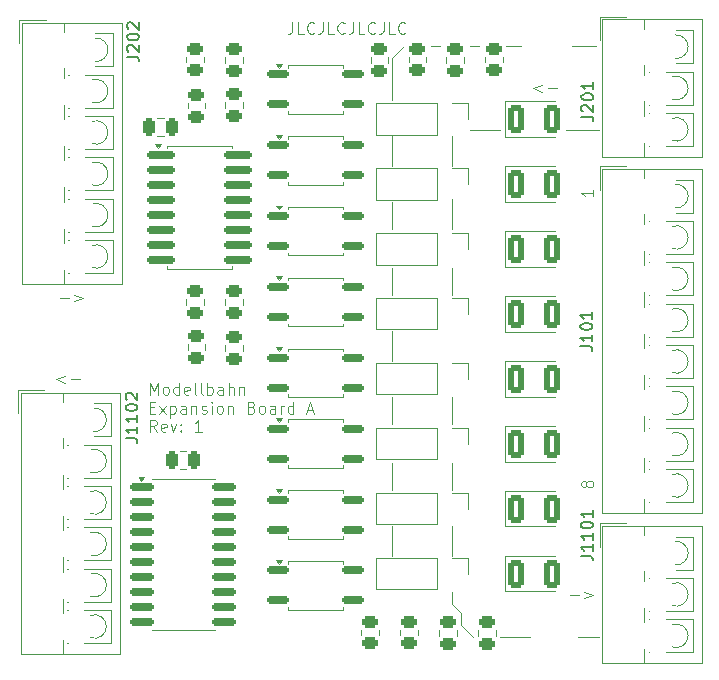
<source format=gbr>
%TF.GenerationSoftware,KiCad,Pcbnew,8.0.7*%
%TF.CreationDate,2025-01-04T12:23:45+01:00*%
%TF.ProjectId,expansion_a,65787061-6e73-4696-9f6e-5f612e6b6963,1*%
%TF.SameCoordinates,Original*%
%TF.FileFunction,Legend,Top*%
%TF.FilePolarity,Positive*%
%FSLAX46Y46*%
G04 Gerber Fmt 4.6, Leading zero omitted, Abs format (unit mm)*
G04 Created by KiCad (PCBNEW 8.0.7) date 2025-01-04 12:23:45*
%MOMM*%
%LPD*%
G01*
G04 APERTURE LIST*
G04 Aperture macros list*
%AMRoundRect*
0 Rectangle with rounded corners*
0 $1 Rounding radius*
0 $2 $3 $4 $5 $6 $7 $8 $9 X,Y pos of 4 corners*
0 Add a 4 corners polygon primitive as box body*
4,1,4,$2,$3,$4,$5,$6,$7,$8,$9,$2,$3,0*
0 Add four circle primitives for the rounded corners*
1,1,$1+$1,$2,$3*
1,1,$1+$1,$4,$5*
1,1,$1+$1,$6,$7*
1,1,$1+$1,$8,$9*
0 Add four rect primitives between the rounded corners*
20,1,$1+$1,$2,$3,$4,$5,0*
20,1,$1+$1,$4,$5,$6,$7,0*
20,1,$1+$1,$6,$7,$8,$9,0*
20,1,$1+$1,$8,$9,$2,$3,0*%
G04 Aperture macros list end*
%ADD10C,0.100000*%
%ADD11C,0.150000*%
%ADD12C,0.120000*%
%ADD13RoundRect,0.250000X-0.450000X0.262500X-0.450000X-0.262500X0.450000X-0.262500X0.450000X0.262500X0*%
%ADD14RoundRect,0.250000X-0.412500X-0.925000X0.412500X-0.925000X0.412500X0.925000X-0.412500X0.925000X0*%
%ADD15R,1.700000X1.700000*%
%ADD16O,1.700000X1.700000*%
%ADD17C,3.200000*%
%ADD18R,2.600000X2.600000*%
%ADD19C,2.600000*%
%ADD20RoundRect,0.150000X-0.750000X-0.150000X0.750000X-0.150000X0.750000X0.150000X-0.750000X0.150000X0*%
%ADD21RoundRect,0.250000X0.250000X0.475000X-0.250000X0.475000X-0.250000X-0.475000X0.250000X-0.475000X0*%
%ADD22RoundRect,0.150000X-1.050000X-0.150000X1.050000X-0.150000X1.050000X0.150000X-1.050000X0.150000X0*%
%ADD23RoundRect,0.150000X-0.837500X-0.150000X0.837500X-0.150000X0.837500X0.150000X-0.837500X0.150000X0*%
G04 APERTURE END LIST*
D10*
X118110000Y-86614000D02*
X116332000Y-86614000D01*
X107442000Y-86614000D02*
X106426000Y-85598000D01*
X105664000Y-71882000D02*
X105664000Y-74168000D01*
X117856000Y-36576000D02*
X115824000Y-36576000D01*
X101600000Y-36576000D02*
X100584000Y-37592000D01*
X105664000Y-44196000D02*
X105664000Y-46736000D01*
X104648000Y-36576000D02*
X103886000Y-36576000D01*
X100584000Y-49784000D02*
X100584000Y-52070000D01*
X118110000Y-43688000D02*
X115316000Y-43688000D01*
X105664000Y-77216000D02*
X105664000Y-79756000D01*
X100584000Y-71882000D02*
X100584000Y-74168000D01*
X100584000Y-44196000D02*
X100584000Y-46736000D01*
X100584000Y-66294000D02*
X100584000Y-68580000D01*
X105664000Y-82804000D02*
X105664000Y-83820000D01*
X111506000Y-36576000D02*
X110236000Y-36576000D01*
X112268000Y-86614000D02*
X109728000Y-86614000D01*
X107950000Y-36576000D02*
X107188000Y-36576000D01*
X100584000Y-37592000D02*
X100584000Y-39624000D01*
X106426000Y-85598000D02*
X106426000Y-84582000D01*
X106426000Y-84582000D02*
X105664000Y-83820000D01*
X100584000Y-77216000D02*
X100584000Y-79756000D01*
X100584000Y-60706000D02*
X100584000Y-63246000D01*
X105664000Y-49530000D02*
X105664000Y-52070000D01*
X105664000Y-55372000D02*
X105664000Y-57658000D01*
X105664000Y-66294000D02*
X105664000Y-68580000D01*
X100584000Y-55372000D02*
X100584000Y-57658000D01*
X100584000Y-41148000D02*
X100584000Y-39624000D01*
X109728000Y-43688000D02*
X107188000Y-43688000D01*
X117029990Y-73736258D02*
X116982371Y-73831496D01*
X116982371Y-73831496D02*
X116934752Y-73879115D01*
X116934752Y-73879115D02*
X116839514Y-73926734D01*
X116839514Y-73926734D02*
X116791895Y-73926734D01*
X116791895Y-73926734D02*
X116696657Y-73879115D01*
X116696657Y-73879115D02*
X116649038Y-73831496D01*
X116649038Y-73831496D02*
X116601419Y-73736258D01*
X116601419Y-73736258D02*
X116601419Y-73545782D01*
X116601419Y-73545782D02*
X116649038Y-73450544D01*
X116649038Y-73450544D02*
X116696657Y-73402925D01*
X116696657Y-73402925D02*
X116791895Y-73355306D01*
X116791895Y-73355306D02*
X116839514Y-73355306D01*
X116839514Y-73355306D02*
X116934752Y-73402925D01*
X116934752Y-73402925D02*
X116982371Y-73450544D01*
X116982371Y-73450544D02*
X117029990Y-73545782D01*
X117029990Y-73545782D02*
X117029990Y-73736258D01*
X117029990Y-73736258D02*
X117077609Y-73831496D01*
X117077609Y-73831496D02*
X117125228Y-73879115D01*
X117125228Y-73879115D02*
X117220466Y-73926734D01*
X117220466Y-73926734D02*
X117410942Y-73926734D01*
X117410942Y-73926734D02*
X117506180Y-73879115D01*
X117506180Y-73879115D02*
X117553800Y-73831496D01*
X117553800Y-73831496D02*
X117601419Y-73736258D01*
X117601419Y-73736258D02*
X117601419Y-73545782D01*
X117601419Y-73545782D02*
X117553800Y-73450544D01*
X117553800Y-73450544D02*
X117506180Y-73402925D01*
X117506180Y-73402925D02*
X117410942Y-73355306D01*
X117410942Y-73355306D02*
X117220466Y-73355306D01*
X117220466Y-73355306D02*
X117125228Y-73402925D01*
X117125228Y-73402925D02*
X117077609Y-73450544D01*
X117077609Y-73450544D02*
X117029990Y-73545782D01*
X80059884Y-66080475D02*
X80059884Y-65080475D01*
X80059884Y-65080475D02*
X80393217Y-65794760D01*
X80393217Y-65794760D02*
X80726550Y-65080475D01*
X80726550Y-65080475D02*
X80726550Y-66080475D01*
X81345598Y-66080475D02*
X81250360Y-66032856D01*
X81250360Y-66032856D02*
X81202741Y-65985236D01*
X81202741Y-65985236D02*
X81155122Y-65889998D01*
X81155122Y-65889998D02*
X81155122Y-65604284D01*
X81155122Y-65604284D02*
X81202741Y-65509046D01*
X81202741Y-65509046D02*
X81250360Y-65461427D01*
X81250360Y-65461427D02*
X81345598Y-65413808D01*
X81345598Y-65413808D02*
X81488455Y-65413808D01*
X81488455Y-65413808D02*
X81583693Y-65461427D01*
X81583693Y-65461427D02*
X81631312Y-65509046D01*
X81631312Y-65509046D02*
X81678931Y-65604284D01*
X81678931Y-65604284D02*
X81678931Y-65889998D01*
X81678931Y-65889998D02*
X81631312Y-65985236D01*
X81631312Y-65985236D02*
X81583693Y-66032856D01*
X81583693Y-66032856D02*
X81488455Y-66080475D01*
X81488455Y-66080475D02*
X81345598Y-66080475D01*
X82536074Y-66080475D02*
X82536074Y-65080475D01*
X82536074Y-66032856D02*
X82440836Y-66080475D01*
X82440836Y-66080475D02*
X82250360Y-66080475D01*
X82250360Y-66080475D02*
X82155122Y-66032856D01*
X82155122Y-66032856D02*
X82107503Y-65985236D01*
X82107503Y-65985236D02*
X82059884Y-65889998D01*
X82059884Y-65889998D02*
X82059884Y-65604284D01*
X82059884Y-65604284D02*
X82107503Y-65509046D01*
X82107503Y-65509046D02*
X82155122Y-65461427D01*
X82155122Y-65461427D02*
X82250360Y-65413808D01*
X82250360Y-65413808D02*
X82440836Y-65413808D01*
X82440836Y-65413808D02*
X82536074Y-65461427D01*
X83393217Y-66032856D02*
X83297979Y-66080475D01*
X83297979Y-66080475D02*
X83107503Y-66080475D01*
X83107503Y-66080475D02*
X83012265Y-66032856D01*
X83012265Y-66032856D02*
X82964646Y-65937617D01*
X82964646Y-65937617D02*
X82964646Y-65556665D01*
X82964646Y-65556665D02*
X83012265Y-65461427D01*
X83012265Y-65461427D02*
X83107503Y-65413808D01*
X83107503Y-65413808D02*
X83297979Y-65413808D01*
X83297979Y-65413808D02*
X83393217Y-65461427D01*
X83393217Y-65461427D02*
X83440836Y-65556665D01*
X83440836Y-65556665D02*
X83440836Y-65651903D01*
X83440836Y-65651903D02*
X82964646Y-65747141D01*
X84012265Y-66080475D02*
X83917027Y-66032856D01*
X83917027Y-66032856D02*
X83869408Y-65937617D01*
X83869408Y-65937617D02*
X83869408Y-65080475D01*
X84536075Y-66080475D02*
X84440837Y-66032856D01*
X84440837Y-66032856D02*
X84393218Y-65937617D01*
X84393218Y-65937617D02*
X84393218Y-65080475D01*
X84917028Y-66080475D02*
X84917028Y-65080475D01*
X84917028Y-65461427D02*
X85012266Y-65413808D01*
X85012266Y-65413808D02*
X85202742Y-65413808D01*
X85202742Y-65413808D02*
X85297980Y-65461427D01*
X85297980Y-65461427D02*
X85345599Y-65509046D01*
X85345599Y-65509046D02*
X85393218Y-65604284D01*
X85393218Y-65604284D02*
X85393218Y-65889998D01*
X85393218Y-65889998D02*
X85345599Y-65985236D01*
X85345599Y-65985236D02*
X85297980Y-66032856D01*
X85297980Y-66032856D02*
X85202742Y-66080475D01*
X85202742Y-66080475D02*
X85012266Y-66080475D01*
X85012266Y-66080475D02*
X84917028Y-66032856D01*
X86250361Y-66080475D02*
X86250361Y-65556665D01*
X86250361Y-65556665D02*
X86202742Y-65461427D01*
X86202742Y-65461427D02*
X86107504Y-65413808D01*
X86107504Y-65413808D02*
X85917028Y-65413808D01*
X85917028Y-65413808D02*
X85821790Y-65461427D01*
X86250361Y-66032856D02*
X86155123Y-66080475D01*
X86155123Y-66080475D02*
X85917028Y-66080475D01*
X85917028Y-66080475D02*
X85821790Y-66032856D01*
X85821790Y-66032856D02*
X85774171Y-65937617D01*
X85774171Y-65937617D02*
X85774171Y-65842379D01*
X85774171Y-65842379D02*
X85821790Y-65747141D01*
X85821790Y-65747141D02*
X85917028Y-65699522D01*
X85917028Y-65699522D02*
X86155123Y-65699522D01*
X86155123Y-65699522D02*
X86250361Y-65651903D01*
X86726552Y-66080475D02*
X86726552Y-65080475D01*
X87155123Y-66080475D02*
X87155123Y-65556665D01*
X87155123Y-65556665D02*
X87107504Y-65461427D01*
X87107504Y-65461427D02*
X87012266Y-65413808D01*
X87012266Y-65413808D02*
X86869409Y-65413808D01*
X86869409Y-65413808D02*
X86774171Y-65461427D01*
X86774171Y-65461427D02*
X86726552Y-65509046D01*
X87631314Y-65413808D02*
X87631314Y-66080475D01*
X87631314Y-65509046D02*
X87678933Y-65461427D01*
X87678933Y-65461427D02*
X87774171Y-65413808D01*
X87774171Y-65413808D02*
X87917028Y-65413808D01*
X87917028Y-65413808D02*
X88012266Y-65461427D01*
X88012266Y-65461427D02*
X88059885Y-65556665D01*
X88059885Y-65556665D02*
X88059885Y-66080475D01*
X80059884Y-67166609D02*
X80393217Y-67166609D01*
X80536074Y-67690419D02*
X80059884Y-67690419D01*
X80059884Y-67690419D02*
X80059884Y-66690419D01*
X80059884Y-66690419D02*
X80536074Y-66690419D01*
X80869408Y-67690419D02*
X81393217Y-67023752D01*
X80869408Y-67023752D02*
X81393217Y-67690419D01*
X81774170Y-67023752D02*
X81774170Y-68023752D01*
X81774170Y-67071371D02*
X81869408Y-67023752D01*
X81869408Y-67023752D02*
X82059884Y-67023752D01*
X82059884Y-67023752D02*
X82155122Y-67071371D01*
X82155122Y-67071371D02*
X82202741Y-67118990D01*
X82202741Y-67118990D02*
X82250360Y-67214228D01*
X82250360Y-67214228D02*
X82250360Y-67499942D01*
X82250360Y-67499942D02*
X82202741Y-67595180D01*
X82202741Y-67595180D02*
X82155122Y-67642800D01*
X82155122Y-67642800D02*
X82059884Y-67690419D01*
X82059884Y-67690419D02*
X81869408Y-67690419D01*
X81869408Y-67690419D02*
X81774170Y-67642800D01*
X83107503Y-67690419D02*
X83107503Y-67166609D01*
X83107503Y-67166609D02*
X83059884Y-67071371D01*
X83059884Y-67071371D02*
X82964646Y-67023752D01*
X82964646Y-67023752D02*
X82774170Y-67023752D01*
X82774170Y-67023752D02*
X82678932Y-67071371D01*
X83107503Y-67642800D02*
X83012265Y-67690419D01*
X83012265Y-67690419D02*
X82774170Y-67690419D01*
X82774170Y-67690419D02*
X82678932Y-67642800D01*
X82678932Y-67642800D02*
X82631313Y-67547561D01*
X82631313Y-67547561D02*
X82631313Y-67452323D01*
X82631313Y-67452323D02*
X82678932Y-67357085D01*
X82678932Y-67357085D02*
X82774170Y-67309466D01*
X82774170Y-67309466D02*
X83012265Y-67309466D01*
X83012265Y-67309466D02*
X83107503Y-67261847D01*
X83583694Y-67023752D02*
X83583694Y-67690419D01*
X83583694Y-67118990D02*
X83631313Y-67071371D01*
X83631313Y-67071371D02*
X83726551Y-67023752D01*
X83726551Y-67023752D02*
X83869408Y-67023752D01*
X83869408Y-67023752D02*
X83964646Y-67071371D01*
X83964646Y-67071371D02*
X84012265Y-67166609D01*
X84012265Y-67166609D02*
X84012265Y-67690419D01*
X84440837Y-67642800D02*
X84536075Y-67690419D01*
X84536075Y-67690419D02*
X84726551Y-67690419D01*
X84726551Y-67690419D02*
X84821789Y-67642800D01*
X84821789Y-67642800D02*
X84869408Y-67547561D01*
X84869408Y-67547561D02*
X84869408Y-67499942D01*
X84869408Y-67499942D02*
X84821789Y-67404704D01*
X84821789Y-67404704D02*
X84726551Y-67357085D01*
X84726551Y-67357085D02*
X84583694Y-67357085D01*
X84583694Y-67357085D02*
X84488456Y-67309466D01*
X84488456Y-67309466D02*
X84440837Y-67214228D01*
X84440837Y-67214228D02*
X84440837Y-67166609D01*
X84440837Y-67166609D02*
X84488456Y-67071371D01*
X84488456Y-67071371D02*
X84583694Y-67023752D01*
X84583694Y-67023752D02*
X84726551Y-67023752D01*
X84726551Y-67023752D02*
X84821789Y-67071371D01*
X85297980Y-67690419D02*
X85297980Y-67023752D01*
X85297980Y-66690419D02*
X85250361Y-66738038D01*
X85250361Y-66738038D02*
X85297980Y-66785657D01*
X85297980Y-66785657D02*
X85345599Y-66738038D01*
X85345599Y-66738038D02*
X85297980Y-66690419D01*
X85297980Y-66690419D02*
X85297980Y-66785657D01*
X85917027Y-67690419D02*
X85821789Y-67642800D01*
X85821789Y-67642800D02*
X85774170Y-67595180D01*
X85774170Y-67595180D02*
X85726551Y-67499942D01*
X85726551Y-67499942D02*
X85726551Y-67214228D01*
X85726551Y-67214228D02*
X85774170Y-67118990D01*
X85774170Y-67118990D02*
X85821789Y-67071371D01*
X85821789Y-67071371D02*
X85917027Y-67023752D01*
X85917027Y-67023752D02*
X86059884Y-67023752D01*
X86059884Y-67023752D02*
X86155122Y-67071371D01*
X86155122Y-67071371D02*
X86202741Y-67118990D01*
X86202741Y-67118990D02*
X86250360Y-67214228D01*
X86250360Y-67214228D02*
X86250360Y-67499942D01*
X86250360Y-67499942D02*
X86202741Y-67595180D01*
X86202741Y-67595180D02*
X86155122Y-67642800D01*
X86155122Y-67642800D02*
X86059884Y-67690419D01*
X86059884Y-67690419D02*
X85917027Y-67690419D01*
X86678932Y-67023752D02*
X86678932Y-67690419D01*
X86678932Y-67118990D02*
X86726551Y-67071371D01*
X86726551Y-67071371D02*
X86821789Y-67023752D01*
X86821789Y-67023752D02*
X86964646Y-67023752D01*
X86964646Y-67023752D02*
X87059884Y-67071371D01*
X87059884Y-67071371D02*
X87107503Y-67166609D01*
X87107503Y-67166609D02*
X87107503Y-67690419D01*
X88678932Y-67166609D02*
X88821789Y-67214228D01*
X88821789Y-67214228D02*
X88869408Y-67261847D01*
X88869408Y-67261847D02*
X88917027Y-67357085D01*
X88917027Y-67357085D02*
X88917027Y-67499942D01*
X88917027Y-67499942D02*
X88869408Y-67595180D01*
X88869408Y-67595180D02*
X88821789Y-67642800D01*
X88821789Y-67642800D02*
X88726551Y-67690419D01*
X88726551Y-67690419D02*
X88345599Y-67690419D01*
X88345599Y-67690419D02*
X88345599Y-66690419D01*
X88345599Y-66690419D02*
X88678932Y-66690419D01*
X88678932Y-66690419D02*
X88774170Y-66738038D01*
X88774170Y-66738038D02*
X88821789Y-66785657D01*
X88821789Y-66785657D02*
X88869408Y-66880895D01*
X88869408Y-66880895D02*
X88869408Y-66976133D01*
X88869408Y-66976133D02*
X88821789Y-67071371D01*
X88821789Y-67071371D02*
X88774170Y-67118990D01*
X88774170Y-67118990D02*
X88678932Y-67166609D01*
X88678932Y-67166609D02*
X88345599Y-67166609D01*
X89488456Y-67690419D02*
X89393218Y-67642800D01*
X89393218Y-67642800D02*
X89345599Y-67595180D01*
X89345599Y-67595180D02*
X89297980Y-67499942D01*
X89297980Y-67499942D02*
X89297980Y-67214228D01*
X89297980Y-67214228D02*
X89345599Y-67118990D01*
X89345599Y-67118990D02*
X89393218Y-67071371D01*
X89393218Y-67071371D02*
X89488456Y-67023752D01*
X89488456Y-67023752D02*
X89631313Y-67023752D01*
X89631313Y-67023752D02*
X89726551Y-67071371D01*
X89726551Y-67071371D02*
X89774170Y-67118990D01*
X89774170Y-67118990D02*
X89821789Y-67214228D01*
X89821789Y-67214228D02*
X89821789Y-67499942D01*
X89821789Y-67499942D02*
X89774170Y-67595180D01*
X89774170Y-67595180D02*
X89726551Y-67642800D01*
X89726551Y-67642800D02*
X89631313Y-67690419D01*
X89631313Y-67690419D02*
X89488456Y-67690419D01*
X90678932Y-67690419D02*
X90678932Y-67166609D01*
X90678932Y-67166609D02*
X90631313Y-67071371D01*
X90631313Y-67071371D02*
X90536075Y-67023752D01*
X90536075Y-67023752D02*
X90345599Y-67023752D01*
X90345599Y-67023752D02*
X90250361Y-67071371D01*
X90678932Y-67642800D02*
X90583694Y-67690419D01*
X90583694Y-67690419D02*
X90345599Y-67690419D01*
X90345599Y-67690419D02*
X90250361Y-67642800D01*
X90250361Y-67642800D02*
X90202742Y-67547561D01*
X90202742Y-67547561D02*
X90202742Y-67452323D01*
X90202742Y-67452323D02*
X90250361Y-67357085D01*
X90250361Y-67357085D02*
X90345599Y-67309466D01*
X90345599Y-67309466D02*
X90583694Y-67309466D01*
X90583694Y-67309466D02*
X90678932Y-67261847D01*
X91155123Y-67690419D02*
X91155123Y-67023752D01*
X91155123Y-67214228D02*
X91202742Y-67118990D01*
X91202742Y-67118990D02*
X91250361Y-67071371D01*
X91250361Y-67071371D02*
X91345599Y-67023752D01*
X91345599Y-67023752D02*
X91440837Y-67023752D01*
X92202742Y-67690419D02*
X92202742Y-66690419D01*
X92202742Y-67642800D02*
X92107504Y-67690419D01*
X92107504Y-67690419D02*
X91917028Y-67690419D01*
X91917028Y-67690419D02*
X91821790Y-67642800D01*
X91821790Y-67642800D02*
X91774171Y-67595180D01*
X91774171Y-67595180D02*
X91726552Y-67499942D01*
X91726552Y-67499942D02*
X91726552Y-67214228D01*
X91726552Y-67214228D02*
X91774171Y-67118990D01*
X91774171Y-67118990D02*
X91821790Y-67071371D01*
X91821790Y-67071371D02*
X91917028Y-67023752D01*
X91917028Y-67023752D02*
X92107504Y-67023752D01*
X92107504Y-67023752D02*
X92202742Y-67071371D01*
X93393219Y-67404704D02*
X93869409Y-67404704D01*
X93297981Y-67690419D02*
X93631314Y-66690419D01*
X93631314Y-66690419D02*
X93964647Y-67690419D01*
X117601419Y-48717306D02*
X117601419Y-49288734D01*
X117601419Y-49003020D02*
X116601419Y-49003020D01*
X116601419Y-49003020D02*
X116744276Y-49098258D01*
X116744276Y-49098258D02*
X116839514Y-49193496D01*
X116839514Y-49193496D02*
X116887133Y-49288734D01*
X92131198Y-34534019D02*
X92131198Y-35248304D01*
X92131198Y-35248304D02*
X92083579Y-35391161D01*
X92083579Y-35391161D02*
X91988341Y-35486400D01*
X91988341Y-35486400D02*
X91845484Y-35534019D01*
X91845484Y-35534019D02*
X91750246Y-35534019D01*
X93083579Y-35534019D02*
X92607389Y-35534019D01*
X92607389Y-35534019D02*
X92607389Y-34534019D01*
X93988341Y-35438780D02*
X93940722Y-35486400D01*
X93940722Y-35486400D02*
X93797865Y-35534019D01*
X93797865Y-35534019D02*
X93702627Y-35534019D01*
X93702627Y-35534019D02*
X93559770Y-35486400D01*
X93559770Y-35486400D02*
X93464532Y-35391161D01*
X93464532Y-35391161D02*
X93416913Y-35295923D01*
X93416913Y-35295923D02*
X93369294Y-35105447D01*
X93369294Y-35105447D02*
X93369294Y-34962590D01*
X93369294Y-34962590D02*
X93416913Y-34772114D01*
X93416913Y-34772114D02*
X93464532Y-34676876D01*
X93464532Y-34676876D02*
X93559770Y-34581638D01*
X93559770Y-34581638D02*
X93702627Y-34534019D01*
X93702627Y-34534019D02*
X93797865Y-34534019D01*
X93797865Y-34534019D02*
X93940722Y-34581638D01*
X93940722Y-34581638D02*
X93988341Y-34629257D01*
X94702627Y-34534019D02*
X94702627Y-35248304D01*
X94702627Y-35248304D02*
X94655008Y-35391161D01*
X94655008Y-35391161D02*
X94559770Y-35486400D01*
X94559770Y-35486400D02*
X94416913Y-35534019D01*
X94416913Y-35534019D02*
X94321675Y-35534019D01*
X95655008Y-35534019D02*
X95178818Y-35534019D01*
X95178818Y-35534019D02*
X95178818Y-34534019D01*
X96559770Y-35438780D02*
X96512151Y-35486400D01*
X96512151Y-35486400D02*
X96369294Y-35534019D01*
X96369294Y-35534019D02*
X96274056Y-35534019D01*
X96274056Y-35534019D02*
X96131199Y-35486400D01*
X96131199Y-35486400D02*
X96035961Y-35391161D01*
X96035961Y-35391161D02*
X95988342Y-35295923D01*
X95988342Y-35295923D02*
X95940723Y-35105447D01*
X95940723Y-35105447D02*
X95940723Y-34962590D01*
X95940723Y-34962590D02*
X95988342Y-34772114D01*
X95988342Y-34772114D02*
X96035961Y-34676876D01*
X96035961Y-34676876D02*
X96131199Y-34581638D01*
X96131199Y-34581638D02*
X96274056Y-34534019D01*
X96274056Y-34534019D02*
X96369294Y-34534019D01*
X96369294Y-34534019D02*
X96512151Y-34581638D01*
X96512151Y-34581638D02*
X96559770Y-34629257D01*
X97274056Y-34534019D02*
X97274056Y-35248304D01*
X97274056Y-35248304D02*
X97226437Y-35391161D01*
X97226437Y-35391161D02*
X97131199Y-35486400D01*
X97131199Y-35486400D02*
X96988342Y-35534019D01*
X96988342Y-35534019D02*
X96893104Y-35534019D01*
X98226437Y-35534019D02*
X97750247Y-35534019D01*
X97750247Y-35534019D02*
X97750247Y-34534019D01*
X99131199Y-35438780D02*
X99083580Y-35486400D01*
X99083580Y-35486400D02*
X98940723Y-35534019D01*
X98940723Y-35534019D02*
X98845485Y-35534019D01*
X98845485Y-35534019D02*
X98702628Y-35486400D01*
X98702628Y-35486400D02*
X98607390Y-35391161D01*
X98607390Y-35391161D02*
X98559771Y-35295923D01*
X98559771Y-35295923D02*
X98512152Y-35105447D01*
X98512152Y-35105447D02*
X98512152Y-34962590D01*
X98512152Y-34962590D02*
X98559771Y-34772114D01*
X98559771Y-34772114D02*
X98607390Y-34676876D01*
X98607390Y-34676876D02*
X98702628Y-34581638D01*
X98702628Y-34581638D02*
X98845485Y-34534019D01*
X98845485Y-34534019D02*
X98940723Y-34534019D01*
X98940723Y-34534019D02*
X99083580Y-34581638D01*
X99083580Y-34581638D02*
X99131199Y-34629257D01*
X99845485Y-34534019D02*
X99845485Y-35248304D01*
X99845485Y-35248304D02*
X99797866Y-35391161D01*
X99797866Y-35391161D02*
X99702628Y-35486400D01*
X99702628Y-35486400D02*
X99559771Y-35534019D01*
X99559771Y-35534019D02*
X99464533Y-35534019D01*
X100797866Y-35534019D02*
X100321676Y-35534019D01*
X100321676Y-35534019D02*
X100321676Y-34534019D01*
X101702628Y-35438780D02*
X101655009Y-35486400D01*
X101655009Y-35486400D02*
X101512152Y-35534019D01*
X101512152Y-35534019D02*
X101416914Y-35534019D01*
X101416914Y-35534019D02*
X101274057Y-35486400D01*
X101274057Y-35486400D02*
X101178819Y-35391161D01*
X101178819Y-35391161D02*
X101131200Y-35295923D01*
X101131200Y-35295923D02*
X101083581Y-35105447D01*
X101083581Y-35105447D02*
X101083581Y-34962590D01*
X101083581Y-34962590D02*
X101131200Y-34772114D01*
X101131200Y-34772114D02*
X101178819Y-34676876D01*
X101178819Y-34676876D02*
X101274057Y-34581638D01*
X101274057Y-34581638D02*
X101416914Y-34534019D01*
X101416914Y-34534019D02*
X101512152Y-34534019D01*
X101512152Y-34534019D02*
X101655009Y-34581638D01*
X101655009Y-34581638D02*
X101702628Y-34629257D01*
X115619884Y-83057466D02*
X116381789Y-83057466D01*
X116857979Y-82771752D02*
X117619884Y-83057466D01*
X117619884Y-83057466D02*
X116857979Y-83343180D01*
X114504115Y-40132533D02*
X113742211Y-40132533D01*
X113266020Y-40418247D02*
X112504116Y-40132533D01*
X112504116Y-40132533D02*
X113266020Y-39846819D01*
X74118115Y-64770533D02*
X73356211Y-64770533D01*
X72880020Y-65056247D02*
X72118116Y-64770533D01*
X72118116Y-64770533D02*
X72880020Y-64484819D01*
X72439884Y-57911466D02*
X73201789Y-57911466D01*
X73677979Y-57625752D02*
X74439884Y-57911466D01*
X74439884Y-57911466D02*
X73677979Y-58197180D01*
X80631312Y-69214419D02*
X80297979Y-68738228D01*
X80059884Y-69214419D02*
X80059884Y-68214419D01*
X80059884Y-68214419D02*
X80440836Y-68214419D01*
X80440836Y-68214419D02*
X80536074Y-68262038D01*
X80536074Y-68262038D02*
X80583693Y-68309657D01*
X80583693Y-68309657D02*
X80631312Y-68404895D01*
X80631312Y-68404895D02*
X80631312Y-68547752D01*
X80631312Y-68547752D02*
X80583693Y-68642990D01*
X80583693Y-68642990D02*
X80536074Y-68690609D01*
X80536074Y-68690609D02*
X80440836Y-68738228D01*
X80440836Y-68738228D02*
X80059884Y-68738228D01*
X81440836Y-69166800D02*
X81345598Y-69214419D01*
X81345598Y-69214419D02*
X81155122Y-69214419D01*
X81155122Y-69214419D02*
X81059884Y-69166800D01*
X81059884Y-69166800D02*
X81012265Y-69071561D01*
X81012265Y-69071561D02*
X81012265Y-68690609D01*
X81012265Y-68690609D02*
X81059884Y-68595371D01*
X81059884Y-68595371D02*
X81155122Y-68547752D01*
X81155122Y-68547752D02*
X81345598Y-68547752D01*
X81345598Y-68547752D02*
X81440836Y-68595371D01*
X81440836Y-68595371D02*
X81488455Y-68690609D01*
X81488455Y-68690609D02*
X81488455Y-68785847D01*
X81488455Y-68785847D02*
X81012265Y-68881085D01*
X81821789Y-68547752D02*
X82059884Y-69214419D01*
X82059884Y-69214419D02*
X82297979Y-68547752D01*
X82678932Y-69119180D02*
X82726551Y-69166800D01*
X82726551Y-69166800D02*
X82678932Y-69214419D01*
X82678932Y-69214419D02*
X82631313Y-69166800D01*
X82631313Y-69166800D02*
X82678932Y-69119180D01*
X82678932Y-69119180D02*
X82678932Y-69214419D01*
X82678932Y-68595371D02*
X82726551Y-68642990D01*
X82726551Y-68642990D02*
X82678932Y-68690609D01*
X82678932Y-68690609D02*
X82631313Y-68642990D01*
X82631313Y-68642990D02*
X82678932Y-68595371D01*
X82678932Y-68595371D02*
X82678932Y-68690609D01*
X84440836Y-69214419D02*
X83869408Y-69214419D01*
X84155122Y-69214419D02*
X84155122Y-68214419D01*
X84155122Y-68214419D02*
X84059884Y-68357276D01*
X84059884Y-68357276D02*
X83964646Y-68452514D01*
X83964646Y-68452514D02*
X83869408Y-68500133D01*
D11*
X116548819Y-79739904D02*
X117263104Y-79739904D01*
X117263104Y-79739904D02*
X117405961Y-79787523D01*
X117405961Y-79787523D02*
X117501200Y-79882761D01*
X117501200Y-79882761D02*
X117548819Y-80025618D01*
X117548819Y-80025618D02*
X117548819Y-80120856D01*
X117548819Y-78739904D02*
X117548819Y-79311332D01*
X117548819Y-79025618D02*
X116548819Y-79025618D01*
X116548819Y-79025618D02*
X116691676Y-79120856D01*
X116691676Y-79120856D02*
X116786914Y-79216094D01*
X116786914Y-79216094D02*
X116834533Y-79311332D01*
X117548819Y-77787523D02*
X117548819Y-78358951D01*
X117548819Y-78073237D02*
X116548819Y-78073237D01*
X116548819Y-78073237D02*
X116691676Y-78168475D01*
X116691676Y-78168475D02*
X116786914Y-78263713D01*
X116786914Y-78263713D02*
X116834533Y-78358951D01*
X116548819Y-77168475D02*
X116548819Y-77073237D01*
X116548819Y-77073237D02*
X116596438Y-76977999D01*
X116596438Y-76977999D02*
X116644057Y-76930380D01*
X116644057Y-76930380D02*
X116739295Y-76882761D01*
X116739295Y-76882761D02*
X116929771Y-76835142D01*
X116929771Y-76835142D02*
X117167866Y-76835142D01*
X117167866Y-76835142D02*
X117358342Y-76882761D01*
X117358342Y-76882761D02*
X117453580Y-76930380D01*
X117453580Y-76930380D02*
X117501200Y-76977999D01*
X117501200Y-76977999D02*
X117548819Y-77073237D01*
X117548819Y-77073237D02*
X117548819Y-77168475D01*
X117548819Y-77168475D02*
X117501200Y-77263713D01*
X117501200Y-77263713D02*
X117453580Y-77311332D01*
X117453580Y-77311332D02*
X117358342Y-77358951D01*
X117358342Y-77358951D02*
X117167866Y-77406570D01*
X117167866Y-77406570D02*
X116929771Y-77406570D01*
X116929771Y-77406570D02*
X116739295Y-77358951D01*
X116739295Y-77358951D02*
X116644057Y-77311332D01*
X116644057Y-77311332D02*
X116596438Y-77263713D01*
X116596438Y-77263713D02*
X116548819Y-77168475D01*
X117548819Y-75882761D02*
X117548819Y-76454189D01*
X117548819Y-76168475D02*
X116548819Y-76168475D01*
X116548819Y-76168475D02*
X116691676Y-76263713D01*
X116691676Y-76263713D02*
X116786914Y-76358951D01*
X116786914Y-76358951D02*
X116834533Y-76454189D01*
X116523419Y-61991714D02*
X117237704Y-61991714D01*
X117237704Y-61991714D02*
X117380561Y-62039333D01*
X117380561Y-62039333D02*
X117475800Y-62134571D01*
X117475800Y-62134571D02*
X117523419Y-62277428D01*
X117523419Y-62277428D02*
X117523419Y-62372666D01*
X117523419Y-60991714D02*
X117523419Y-61563142D01*
X117523419Y-61277428D02*
X116523419Y-61277428D01*
X116523419Y-61277428D02*
X116666276Y-61372666D01*
X116666276Y-61372666D02*
X116761514Y-61467904D01*
X116761514Y-61467904D02*
X116809133Y-61563142D01*
X116523419Y-60372666D02*
X116523419Y-60277428D01*
X116523419Y-60277428D02*
X116571038Y-60182190D01*
X116571038Y-60182190D02*
X116618657Y-60134571D01*
X116618657Y-60134571D02*
X116713895Y-60086952D01*
X116713895Y-60086952D02*
X116904371Y-60039333D01*
X116904371Y-60039333D02*
X117142466Y-60039333D01*
X117142466Y-60039333D02*
X117332942Y-60086952D01*
X117332942Y-60086952D02*
X117428180Y-60134571D01*
X117428180Y-60134571D02*
X117475800Y-60182190D01*
X117475800Y-60182190D02*
X117523419Y-60277428D01*
X117523419Y-60277428D02*
X117523419Y-60372666D01*
X117523419Y-60372666D02*
X117475800Y-60467904D01*
X117475800Y-60467904D02*
X117428180Y-60515523D01*
X117428180Y-60515523D02*
X117332942Y-60563142D01*
X117332942Y-60563142D02*
X117142466Y-60610761D01*
X117142466Y-60610761D02*
X116904371Y-60610761D01*
X116904371Y-60610761D02*
X116713895Y-60563142D01*
X116713895Y-60563142D02*
X116618657Y-60515523D01*
X116618657Y-60515523D02*
X116571038Y-60467904D01*
X116571038Y-60467904D02*
X116523419Y-60372666D01*
X117523419Y-59086952D02*
X117523419Y-59658380D01*
X117523419Y-59372666D02*
X116523419Y-59372666D01*
X116523419Y-59372666D02*
X116666276Y-59467904D01*
X116666276Y-59467904D02*
X116761514Y-59563142D01*
X116761514Y-59563142D02*
X116809133Y-59658380D01*
X78128819Y-37463714D02*
X78843104Y-37463714D01*
X78843104Y-37463714D02*
X78985961Y-37511333D01*
X78985961Y-37511333D02*
X79081200Y-37606571D01*
X79081200Y-37606571D02*
X79128819Y-37749428D01*
X79128819Y-37749428D02*
X79128819Y-37844666D01*
X78224057Y-37035142D02*
X78176438Y-36987523D01*
X78176438Y-36987523D02*
X78128819Y-36892285D01*
X78128819Y-36892285D02*
X78128819Y-36654190D01*
X78128819Y-36654190D02*
X78176438Y-36558952D01*
X78176438Y-36558952D02*
X78224057Y-36511333D01*
X78224057Y-36511333D02*
X78319295Y-36463714D01*
X78319295Y-36463714D02*
X78414533Y-36463714D01*
X78414533Y-36463714D02*
X78557390Y-36511333D01*
X78557390Y-36511333D02*
X79128819Y-37082761D01*
X79128819Y-37082761D02*
X79128819Y-36463714D01*
X78128819Y-35844666D02*
X78128819Y-35749428D01*
X78128819Y-35749428D02*
X78176438Y-35654190D01*
X78176438Y-35654190D02*
X78224057Y-35606571D01*
X78224057Y-35606571D02*
X78319295Y-35558952D01*
X78319295Y-35558952D02*
X78509771Y-35511333D01*
X78509771Y-35511333D02*
X78747866Y-35511333D01*
X78747866Y-35511333D02*
X78938342Y-35558952D01*
X78938342Y-35558952D02*
X79033580Y-35606571D01*
X79033580Y-35606571D02*
X79081200Y-35654190D01*
X79081200Y-35654190D02*
X79128819Y-35749428D01*
X79128819Y-35749428D02*
X79128819Y-35844666D01*
X79128819Y-35844666D02*
X79081200Y-35939904D01*
X79081200Y-35939904D02*
X79033580Y-35987523D01*
X79033580Y-35987523D02*
X78938342Y-36035142D01*
X78938342Y-36035142D02*
X78747866Y-36082761D01*
X78747866Y-36082761D02*
X78509771Y-36082761D01*
X78509771Y-36082761D02*
X78319295Y-36035142D01*
X78319295Y-36035142D02*
X78224057Y-35987523D01*
X78224057Y-35987523D02*
X78176438Y-35939904D01*
X78176438Y-35939904D02*
X78128819Y-35844666D01*
X78224057Y-35130380D02*
X78176438Y-35082761D01*
X78176438Y-35082761D02*
X78128819Y-34987523D01*
X78128819Y-34987523D02*
X78128819Y-34749428D01*
X78128819Y-34749428D02*
X78176438Y-34654190D01*
X78176438Y-34654190D02*
X78224057Y-34606571D01*
X78224057Y-34606571D02*
X78319295Y-34558952D01*
X78319295Y-34558952D02*
X78414533Y-34558952D01*
X78414533Y-34558952D02*
X78557390Y-34606571D01*
X78557390Y-34606571D02*
X79128819Y-35177999D01*
X79128819Y-35177999D02*
X79128819Y-34558952D01*
X78001819Y-69783904D02*
X78716104Y-69783904D01*
X78716104Y-69783904D02*
X78858961Y-69831523D01*
X78858961Y-69831523D02*
X78954200Y-69926761D01*
X78954200Y-69926761D02*
X79001819Y-70069618D01*
X79001819Y-70069618D02*
X79001819Y-70164856D01*
X79001819Y-68783904D02*
X79001819Y-69355332D01*
X79001819Y-69069618D02*
X78001819Y-69069618D01*
X78001819Y-69069618D02*
X78144676Y-69164856D01*
X78144676Y-69164856D02*
X78239914Y-69260094D01*
X78239914Y-69260094D02*
X78287533Y-69355332D01*
X79001819Y-67831523D02*
X79001819Y-68402951D01*
X79001819Y-68117237D02*
X78001819Y-68117237D01*
X78001819Y-68117237D02*
X78144676Y-68212475D01*
X78144676Y-68212475D02*
X78239914Y-68307713D01*
X78239914Y-68307713D02*
X78287533Y-68402951D01*
X78001819Y-67212475D02*
X78001819Y-67117237D01*
X78001819Y-67117237D02*
X78049438Y-67021999D01*
X78049438Y-67021999D02*
X78097057Y-66974380D01*
X78097057Y-66974380D02*
X78192295Y-66926761D01*
X78192295Y-66926761D02*
X78382771Y-66879142D01*
X78382771Y-66879142D02*
X78620866Y-66879142D01*
X78620866Y-66879142D02*
X78811342Y-66926761D01*
X78811342Y-66926761D02*
X78906580Y-66974380D01*
X78906580Y-66974380D02*
X78954200Y-67021999D01*
X78954200Y-67021999D02*
X79001819Y-67117237D01*
X79001819Y-67117237D02*
X79001819Y-67212475D01*
X79001819Y-67212475D02*
X78954200Y-67307713D01*
X78954200Y-67307713D02*
X78906580Y-67355332D01*
X78906580Y-67355332D02*
X78811342Y-67402951D01*
X78811342Y-67402951D02*
X78620866Y-67450570D01*
X78620866Y-67450570D02*
X78382771Y-67450570D01*
X78382771Y-67450570D02*
X78192295Y-67402951D01*
X78192295Y-67402951D02*
X78097057Y-67355332D01*
X78097057Y-67355332D02*
X78049438Y-67307713D01*
X78049438Y-67307713D02*
X78001819Y-67212475D01*
X78097057Y-66498189D02*
X78049438Y-66450570D01*
X78049438Y-66450570D02*
X78001819Y-66355332D01*
X78001819Y-66355332D02*
X78001819Y-66117237D01*
X78001819Y-66117237D02*
X78049438Y-66021999D01*
X78049438Y-66021999D02*
X78097057Y-65974380D01*
X78097057Y-65974380D02*
X78192295Y-65926761D01*
X78192295Y-65926761D02*
X78287533Y-65926761D01*
X78287533Y-65926761D02*
X78430390Y-65974380D01*
X78430390Y-65974380D02*
X79001819Y-66545808D01*
X79001819Y-66545808D02*
X79001819Y-65926761D01*
X116599619Y-42535314D02*
X117313904Y-42535314D01*
X117313904Y-42535314D02*
X117456761Y-42582933D01*
X117456761Y-42582933D02*
X117552000Y-42678171D01*
X117552000Y-42678171D02*
X117599619Y-42821028D01*
X117599619Y-42821028D02*
X117599619Y-42916266D01*
X116694857Y-42106742D02*
X116647238Y-42059123D01*
X116647238Y-42059123D02*
X116599619Y-41963885D01*
X116599619Y-41963885D02*
X116599619Y-41725790D01*
X116599619Y-41725790D02*
X116647238Y-41630552D01*
X116647238Y-41630552D02*
X116694857Y-41582933D01*
X116694857Y-41582933D02*
X116790095Y-41535314D01*
X116790095Y-41535314D02*
X116885333Y-41535314D01*
X116885333Y-41535314D02*
X117028190Y-41582933D01*
X117028190Y-41582933D02*
X117599619Y-42154361D01*
X117599619Y-42154361D02*
X117599619Y-41535314D01*
X116599619Y-40916266D02*
X116599619Y-40821028D01*
X116599619Y-40821028D02*
X116647238Y-40725790D01*
X116647238Y-40725790D02*
X116694857Y-40678171D01*
X116694857Y-40678171D02*
X116790095Y-40630552D01*
X116790095Y-40630552D02*
X116980571Y-40582933D01*
X116980571Y-40582933D02*
X117218666Y-40582933D01*
X117218666Y-40582933D02*
X117409142Y-40630552D01*
X117409142Y-40630552D02*
X117504380Y-40678171D01*
X117504380Y-40678171D02*
X117552000Y-40725790D01*
X117552000Y-40725790D02*
X117599619Y-40821028D01*
X117599619Y-40821028D02*
X117599619Y-40916266D01*
X117599619Y-40916266D02*
X117552000Y-41011504D01*
X117552000Y-41011504D02*
X117504380Y-41059123D01*
X117504380Y-41059123D02*
X117409142Y-41106742D01*
X117409142Y-41106742D02*
X117218666Y-41154361D01*
X117218666Y-41154361D02*
X116980571Y-41154361D01*
X116980571Y-41154361D02*
X116790095Y-41106742D01*
X116790095Y-41106742D02*
X116694857Y-41059123D01*
X116694857Y-41059123D02*
X116647238Y-41011504D01*
X116647238Y-41011504D02*
X116599619Y-40916266D01*
X117599619Y-39630552D02*
X117599619Y-40201980D01*
X117599619Y-39916266D02*
X116599619Y-39916266D01*
X116599619Y-39916266D02*
X116742476Y-40011504D01*
X116742476Y-40011504D02*
X116837714Y-40106742D01*
X116837714Y-40106742D02*
X116885333Y-40201980D01*
D12*
%TO.C,R802*%
X83164000Y-58009936D02*
X83164000Y-58464064D01*
X84634000Y-58009936D02*
X84634000Y-58464064D01*
%TO.C,D401*%
X110139000Y-46727000D02*
X110139000Y-49747000D01*
X110139000Y-49747000D02*
X114349000Y-49747000D01*
X114349000Y-46727000D02*
X110139000Y-46727000D01*
%TO.C,R402*%
X86464000Y-37522436D02*
X86464000Y-37976564D01*
X87934000Y-37522436D02*
X87934000Y-37976564D01*
%TO.C,R501*%
X105164000Y-37509936D02*
X105164000Y-37964064D01*
X106634000Y-37509936D02*
X106634000Y-37964064D01*
%TO.C,JP701*%
X99229000Y-63407000D02*
X99229000Y-66067000D01*
X104369000Y-63407000D02*
X99229000Y-63407000D01*
X104369000Y-63407000D02*
X104369000Y-66067000D01*
X104369000Y-66067000D02*
X99229000Y-66067000D01*
X105639000Y-63407000D02*
X106969000Y-63407000D01*
X106969000Y-63407000D02*
X106969000Y-64737000D01*
%TO.C,J1101*%
X118137600Y-76952000D02*
X118137600Y-78952000D01*
X118377600Y-77192000D02*
X118377600Y-88812000D01*
X120377600Y-76952000D02*
X118137600Y-76952000D01*
X121936600Y-77192000D02*
X121936600Y-77962000D01*
X121936600Y-81042000D02*
X121936600Y-81869000D01*
X121936600Y-84136000D02*
X121936600Y-85369000D01*
X121936600Y-87636000D02*
X121936600Y-88812000D01*
X122287600Y-81602000D02*
X122287600Y-81603000D01*
X122287600Y-84402000D02*
X122287600Y-84402000D01*
X122287600Y-85102000D02*
X122287600Y-85103000D01*
X122287600Y-87902000D02*
X122287600Y-87902000D01*
X122348600Y-81602000D02*
X122287600Y-81602000D01*
X122348600Y-84402000D02*
X122287600Y-84402000D01*
X122348600Y-85102000D02*
X122287600Y-85102000D01*
X122348600Y-87902000D02*
X122287600Y-87902000D01*
X126037600Y-78102000D02*
X124577600Y-78102000D01*
X126037600Y-78102000D02*
X126037600Y-80902000D01*
X126037600Y-80902000D02*
X124577600Y-80902000D01*
X126037600Y-81602000D02*
X123726600Y-81602000D01*
X126037600Y-81602000D02*
X126037600Y-84402000D01*
X126037600Y-84402000D02*
X123726600Y-84402000D01*
X126037600Y-85102000D02*
X123726600Y-85102000D01*
X126037600Y-85102000D02*
X126037600Y-87902000D01*
X126037600Y-87902000D02*
X123726600Y-87902000D01*
X126797600Y-77192000D02*
X118377600Y-77192000D01*
X126797600Y-77192000D02*
X126797600Y-88812000D01*
X126797600Y-88812000D02*
X118377600Y-88812000D01*
X124295367Y-82062085D02*
G75*
G02*
X124295600Y-83942000I342233J-939915D01*
G01*
X124295367Y-85562085D02*
G75*
G02*
X124295600Y-87442000I342233J-939915D01*
G01*
X124567034Y-78504110D02*
G75*
G02*
X124568600Y-80500000I70566J-997890D01*
G01*
%TO.C,U601*%
X91789000Y-56177000D02*
X91789000Y-56407000D01*
X91789000Y-60297000D02*
X91789000Y-60067000D01*
X94099000Y-56177000D02*
X91789000Y-56177000D01*
X94099000Y-56177000D02*
X96409000Y-56177000D01*
X94099000Y-60297000D02*
X91789000Y-60297000D01*
X94099000Y-60297000D02*
X96409000Y-60297000D01*
X96409000Y-56177000D02*
X96409000Y-56407000D01*
X96409000Y-60297000D02*
X96409000Y-60067000D01*
X90974000Y-56407000D02*
X90734000Y-56077000D01*
X91214000Y-56077000D01*
X90974000Y-56407000D01*
G36*
X90974000Y-56407000D02*
G01*
X90734000Y-56077000D01*
X91214000Y-56077000D01*
X90974000Y-56407000D01*
G37*
%TO.C,JP401*%
X99229000Y-46907000D02*
X99229000Y-49567000D01*
X104369000Y-46907000D02*
X99229000Y-46907000D01*
X104369000Y-46907000D02*
X104369000Y-49567000D01*
X104369000Y-49567000D02*
X99229000Y-49567000D01*
X105639000Y-46907000D02*
X106969000Y-46907000D01*
X106969000Y-46907000D02*
X106969000Y-48237000D01*
%TO.C,D801*%
X110139000Y-68727000D02*
X110139000Y-71747000D01*
X110139000Y-71747000D02*
X114349000Y-71747000D01*
X114349000Y-68727000D02*
X110139000Y-68727000D01*
%TO.C,D901*%
X110139000Y-74227000D02*
X110139000Y-77247000D01*
X110139000Y-77247000D02*
X114349000Y-77247000D01*
X114349000Y-74227000D02*
X110139000Y-74227000D01*
%TO.C,U301*%
X91789000Y-38177000D02*
X91789000Y-38407000D01*
X91789000Y-42297000D02*
X91789000Y-42067000D01*
X94099000Y-38177000D02*
X91789000Y-38177000D01*
X94099000Y-38177000D02*
X96409000Y-38177000D01*
X94099000Y-42297000D02*
X91789000Y-42297000D01*
X94099000Y-42297000D02*
X96409000Y-42297000D01*
X96409000Y-38177000D02*
X96409000Y-38407000D01*
X96409000Y-42297000D02*
X96409000Y-42067000D01*
X90974000Y-38407000D02*
X90734000Y-38077000D01*
X91214000Y-38077000D01*
X90974000Y-38407000D01*
G36*
X90974000Y-38407000D02*
G01*
X90734000Y-38077000D01*
X91214000Y-38077000D01*
X90974000Y-38407000D01*
G37*
%TO.C,D501*%
X110139000Y-52227000D02*
X110139000Y-55247000D01*
X110139000Y-55247000D02*
X114349000Y-55247000D01*
X114349000Y-52227000D02*
X110139000Y-52227000D01*
%TO.C,C101*%
X83131252Y-70893000D02*
X82608748Y-70893000D01*
X83131252Y-72363000D02*
X82608748Y-72363000D01*
%TO.C,R701*%
X107864000Y-86022436D02*
X107864000Y-86476564D01*
X109334000Y-86022436D02*
X109334000Y-86476564D01*
%TO.C,R601*%
X108464000Y-37497436D02*
X108464000Y-37951564D01*
X109934000Y-37497436D02*
X109934000Y-37951564D01*
%TO.C,R702*%
X86464000Y-58009936D02*
X86464000Y-58464064D01*
X87934000Y-58009936D02*
X87934000Y-58464064D01*
%TO.C,U102*%
X81516000Y-45005800D02*
X81516000Y-45210800D01*
X81516000Y-55425800D02*
X81516000Y-55220800D01*
X84276000Y-45005800D02*
X81516000Y-45005800D01*
X84276000Y-45005800D02*
X87036000Y-45005800D01*
X84276000Y-55425800D02*
X81516000Y-55425800D01*
X84276000Y-55425800D02*
X87036000Y-55425800D01*
X87036000Y-45005800D02*
X87036000Y-45210800D01*
X87036000Y-55425800D02*
X87036000Y-55220800D01*
X80726000Y-45210800D02*
X80486000Y-44880800D01*
X80966000Y-44880800D01*
X80726000Y-45210800D01*
G36*
X80726000Y-45210800D02*
G01*
X80486000Y-44880800D01*
X80966000Y-44880800D01*
X80726000Y-45210800D01*
G37*
%TO.C,R801*%
X104564000Y-86022436D02*
X104564000Y-86476564D01*
X106034000Y-86022436D02*
X106034000Y-86476564D01*
%TO.C,U501*%
X91789000Y-50177000D02*
X91789000Y-50407000D01*
X91789000Y-54297000D02*
X91789000Y-54067000D01*
X94099000Y-50177000D02*
X91789000Y-50177000D01*
X94099000Y-50177000D02*
X96409000Y-50177000D01*
X94099000Y-54297000D02*
X91789000Y-54297000D01*
X94099000Y-54297000D02*
X96409000Y-54297000D01*
X96409000Y-50177000D02*
X96409000Y-50407000D01*
X96409000Y-54297000D02*
X96409000Y-54067000D01*
X90974000Y-50407000D02*
X90734000Y-50077000D01*
X91214000Y-50077000D01*
X90974000Y-50407000D01*
G36*
X90974000Y-50407000D02*
G01*
X90734000Y-50077000D01*
X91214000Y-50077000D01*
X90974000Y-50407000D01*
G37*
%TO.C,D301*%
X110139000Y-41227000D02*
X110139000Y-44247000D01*
X110139000Y-44247000D02*
X114349000Y-44247000D01*
X114349000Y-41227000D02*
X110139000Y-41227000D01*
%TO.C,R602*%
X86464000Y-41322436D02*
X86464000Y-41776564D01*
X87934000Y-41322436D02*
X87934000Y-41776564D01*
%TO.C,R901*%
X101264000Y-86009936D02*
X101264000Y-86464064D01*
X102734000Y-86009936D02*
X102734000Y-86464064D01*
%TO.C,U1001*%
X91789000Y-80177000D02*
X91789000Y-80407000D01*
X91789000Y-84297000D02*
X91789000Y-84067000D01*
X94099000Y-80177000D02*
X91789000Y-80177000D01*
X94099000Y-80177000D02*
X96409000Y-80177000D01*
X94099000Y-84297000D02*
X91789000Y-84297000D01*
X94099000Y-84297000D02*
X96409000Y-84297000D01*
X96409000Y-80177000D02*
X96409000Y-80407000D01*
X96409000Y-84297000D02*
X96409000Y-84067000D01*
X90974000Y-80407000D02*
X90734000Y-80077000D01*
X91214000Y-80077000D01*
X90974000Y-80407000D01*
G36*
X90974000Y-80407000D02*
G01*
X90734000Y-80077000D01*
X91214000Y-80077000D01*
X90974000Y-80407000D01*
G37*
%TO.C,C102*%
X81221252Y-42699000D02*
X80698748Y-42699000D01*
X81221252Y-44169000D02*
X80698748Y-44169000D01*
%TO.C,U701*%
X91789000Y-62177000D02*
X91789000Y-62407000D01*
X91789000Y-66297000D02*
X91789000Y-66067000D01*
X94099000Y-62177000D02*
X91789000Y-62177000D01*
X94099000Y-62177000D02*
X96409000Y-62177000D01*
X94099000Y-66297000D02*
X91789000Y-66297000D01*
X94099000Y-66297000D02*
X96409000Y-66297000D01*
X96409000Y-62177000D02*
X96409000Y-62407000D01*
X96409000Y-66297000D02*
X96409000Y-66067000D01*
X90974000Y-62407000D02*
X90734000Y-62077000D01*
X91214000Y-62077000D01*
X90974000Y-62407000D01*
G36*
X90974000Y-62407000D02*
G01*
X90734000Y-62077000D01*
X91214000Y-62077000D01*
X90974000Y-62407000D01*
G37*
%TO.C,U901*%
X91789000Y-74177000D02*
X91789000Y-74407000D01*
X91789000Y-78297000D02*
X91789000Y-78067000D01*
X94099000Y-74177000D02*
X91789000Y-74177000D01*
X94099000Y-74177000D02*
X96409000Y-74177000D01*
X94099000Y-78297000D02*
X91789000Y-78297000D01*
X94099000Y-78297000D02*
X96409000Y-78297000D01*
X96409000Y-74177000D02*
X96409000Y-74407000D01*
X96409000Y-78297000D02*
X96409000Y-78067000D01*
X90974000Y-74407000D02*
X90734000Y-74077000D01*
X91214000Y-74077000D01*
X90974000Y-74407000D01*
G36*
X90974000Y-74407000D02*
G01*
X90734000Y-74077000D01*
X91214000Y-74077000D01*
X90974000Y-74407000D01*
G37*
%TO.C,D601*%
X110139000Y-57727000D02*
X110139000Y-60747000D01*
X110139000Y-60747000D02*
X114349000Y-60747000D01*
X114349000Y-57727000D02*
X110139000Y-57727000D01*
%TO.C,U101*%
X82899000Y-73227000D02*
X80249000Y-73227000D01*
X82899000Y-73227000D02*
X85549000Y-73227000D01*
X82899000Y-86047000D02*
X80249000Y-86047000D01*
X82899000Y-86047000D02*
X85549000Y-86047000D01*
X79349000Y-73362000D02*
X79109000Y-73032000D01*
X79589000Y-73032000D01*
X79349000Y-73362000D01*
G36*
X79349000Y-73362000D02*
G01*
X79109000Y-73032000D01*
X79589000Y-73032000D01*
X79349000Y-73362000D01*
G37*
%TO.C,J101*%
X118137600Y-46726000D02*
X118137600Y-48726000D01*
X118377600Y-46966000D02*
X118377600Y-76086000D01*
X120377600Y-46726000D02*
X118137600Y-46726000D01*
X121936600Y-46966000D02*
X121936600Y-47736000D01*
X121936600Y-50816000D02*
X121936600Y-51643000D01*
X121936600Y-53910000D02*
X121936600Y-55143000D01*
X121936600Y-57410000D02*
X121936600Y-58643000D01*
X121936600Y-60910000D02*
X121936600Y-62143000D01*
X121936600Y-64410000D02*
X121936600Y-65643000D01*
X121936600Y-67910000D02*
X121936600Y-69143000D01*
X121936600Y-71410000D02*
X121936600Y-72643000D01*
X121936600Y-74910000D02*
X121936600Y-76086000D01*
X122287600Y-51376000D02*
X122287600Y-51377000D01*
X122287600Y-54176000D02*
X122287600Y-54176000D01*
X122287600Y-54876000D02*
X122287600Y-54877000D01*
X122287600Y-57676000D02*
X122287600Y-57676000D01*
X122287600Y-58376000D02*
X122287600Y-58377000D01*
X122287600Y-61176000D02*
X122287600Y-61176000D01*
X122287600Y-61876000D02*
X122287600Y-61877000D01*
X122287600Y-64676000D02*
X122287600Y-64676000D01*
X122287600Y-65377000D02*
X122287600Y-65377000D01*
X122287600Y-68176000D02*
X122287600Y-68176000D01*
X122287600Y-68876000D02*
X122287600Y-68877000D01*
X122287600Y-71676000D02*
X122287600Y-71676000D01*
X122287600Y-72376000D02*
X122287600Y-72377000D01*
X122287600Y-75176000D02*
X122287600Y-75176000D01*
X122348600Y-51376000D02*
X122287600Y-51376000D01*
X122348600Y-54176000D02*
X122287600Y-54176000D01*
X122348600Y-54876000D02*
X122287600Y-54876000D01*
X122348600Y-57676000D02*
X122287600Y-57676000D01*
X122348600Y-58376000D02*
X122287600Y-58376000D01*
X122348600Y-61176000D02*
X122287600Y-61176000D01*
X122348600Y-61876000D02*
X122287600Y-61876000D01*
X122348600Y-64676000D02*
X122287600Y-64676000D01*
X122348600Y-65377000D02*
X122287600Y-65377000D01*
X122348600Y-68176000D02*
X122287600Y-68176000D01*
X122348600Y-68876000D02*
X122287600Y-68876000D01*
X122348600Y-71676000D02*
X122287600Y-71676000D01*
X122348600Y-72376000D02*
X122287600Y-72376000D01*
X122348600Y-75176000D02*
X122287600Y-75176000D01*
X126037600Y-47876000D02*
X124577600Y-47876000D01*
X126037600Y-47876000D02*
X126037600Y-50676000D01*
X126037600Y-50676000D02*
X124577600Y-50676000D01*
X126037600Y-51376000D02*
X123726600Y-51376000D01*
X126037600Y-51376000D02*
X126037600Y-54176000D01*
X126037600Y-54176000D02*
X123726600Y-54176000D01*
X126037600Y-54876000D02*
X123726600Y-54876000D01*
X126037600Y-54876000D02*
X126037600Y-57676000D01*
X126037600Y-57676000D02*
X123726600Y-57676000D01*
X126037600Y-58376000D02*
X123726600Y-58376000D01*
X126037600Y-58376000D02*
X126037600Y-61176000D01*
X126037600Y-61176000D02*
X123726600Y-61176000D01*
X126037600Y-61876000D02*
X123726600Y-61876000D01*
X126037600Y-61876000D02*
X126037600Y-64676000D01*
X126037600Y-64676000D02*
X123726600Y-64676000D01*
X126037600Y-65377000D02*
X123726600Y-65377000D01*
X126037600Y-65377000D02*
X126037600Y-68176000D01*
X126037600Y-68176000D02*
X123726600Y-68176000D01*
X126037600Y-68876000D02*
X123726600Y-68876000D01*
X126037600Y-68876000D02*
X126037600Y-71676000D01*
X126037600Y-71676000D02*
X123726600Y-71676000D01*
X126037600Y-72376000D02*
X123726600Y-72376000D01*
X126037600Y-72376000D02*
X126037600Y-75176000D01*
X126037600Y-75176000D02*
X123726600Y-75176000D01*
X126797600Y-46966000D02*
X118377600Y-46966000D01*
X126797600Y-46966000D02*
X126797600Y-76086000D01*
X126797600Y-76086000D02*
X118377600Y-76086000D01*
X124295367Y-51836085D02*
G75*
G02*
X124295600Y-53716000I342233J-939915D01*
G01*
X124295367Y-55336085D02*
G75*
G02*
X124295600Y-57216000I342233J-939915D01*
G01*
X124295367Y-58836085D02*
G75*
G02*
X124295600Y-60716000I342233J-939915D01*
G01*
X124295367Y-62336085D02*
G75*
G02*
X124295600Y-64216000I342233J-939915D01*
G01*
X124295367Y-65836085D02*
G75*
G02*
X124295600Y-67716000I342233J-939915D01*
G01*
X124295367Y-69336085D02*
G75*
G02*
X124295600Y-71216000I342233J-939915D01*
G01*
X124295367Y-72836085D02*
G75*
G02*
X124295600Y-74716000I342233J-939915D01*
G01*
X124567034Y-48278110D02*
G75*
G02*
X124568600Y-50274000I70566J-997890D01*
G01*
%TO.C,J202*%
X69014000Y-34336000D02*
X69014000Y-36336000D01*
X69254000Y-34576000D02*
X69254000Y-56697000D01*
X71254000Y-34336000D02*
X69014000Y-34336000D01*
X72813000Y-34576000D02*
X72813000Y-35346000D01*
X72813000Y-38426000D02*
X72813000Y-39253000D01*
X72813000Y-41520000D02*
X72813000Y-42753000D01*
X72813000Y-45020000D02*
X72813000Y-46253000D01*
X72813000Y-48520000D02*
X72813000Y-49753000D01*
X72813000Y-52020000D02*
X72813000Y-53253000D01*
X72813000Y-55520000D02*
X72813000Y-56697000D01*
X73164000Y-38986000D02*
X73164000Y-38987000D01*
X73164000Y-41786000D02*
X73164000Y-41786000D01*
X73164000Y-42486000D02*
X73164000Y-42487000D01*
X73164000Y-45286000D02*
X73164000Y-45286000D01*
X73164000Y-45986000D02*
X73164000Y-45987000D01*
X73164000Y-48786000D02*
X73164000Y-48786000D01*
X73164000Y-49486000D02*
X73164000Y-49487000D01*
X73164000Y-52286000D02*
X73164000Y-52286000D01*
X73164000Y-52987000D02*
X73164000Y-52987000D01*
X73164000Y-55786000D02*
X73164000Y-55786000D01*
X73225000Y-38986000D02*
X73164000Y-38986000D01*
X73225000Y-41786000D02*
X73164000Y-41786000D01*
X73225000Y-42486000D02*
X73164000Y-42486000D01*
X73225000Y-45286000D02*
X73164000Y-45286000D01*
X73225000Y-45986000D02*
X73164000Y-45986000D01*
X73225000Y-48786000D02*
X73164000Y-48786000D01*
X73225000Y-49486000D02*
X73164000Y-49486000D01*
X73225000Y-52286000D02*
X73164000Y-52286000D01*
X73225000Y-52987000D02*
X73164000Y-52987000D01*
X73225000Y-55786000D02*
X73164000Y-55786000D01*
X76914000Y-35486000D02*
X75454000Y-35486000D01*
X76914000Y-35486000D02*
X76914000Y-38286000D01*
X76914000Y-38286000D02*
X75454000Y-38286000D01*
X76914000Y-38986000D02*
X74603000Y-38986000D01*
X76914000Y-38986000D02*
X76914000Y-41786000D01*
X76914000Y-41786000D02*
X74603000Y-41786000D01*
X76914000Y-42486000D02*
X74603000Y-42486000D01*
X76914000Y-42486000D02*
X76914000Y-45286000D01*
X76914000Y-45286000D02*
X74603000Y-45286000D01*
X76914000Y-45986000D02*
X74603000Y-45986000D01*
X76914000Y-45986000D02*
X76914000Y-48786000D01*
X76914000Y-48786000D02*
X74603000Y-48786000D01*
X76914000Y-49486000D02*
X74603000Y-49486000D01*
X76914000Y-49486000D02*
X76914000Y-52286000D01*
X76914000Y-52286000D02*
X74603000Y-52286000D01*
X76914000Y-52987000D02*
X74603000Y-52987000D01*
X76914000Y-52987000D02*
X76914000Y-55786000D01*
X76914000Y-55786000D02*
X74603000Y-55786000D01*
X77674000Y-34576000D02*
X69254000Y-34576000D01*
X77674000Y-34576000D02*
X77674000Y-56697000D01*
X77674000Y-56697000D02*
X69254000Y-56697000D01*
X75171767Y-39446085D02*
G75*
G02*
X75172000Y-41326000I342233J-939915D01*
G01*
X75171767Y-42946085D02*
G75*
G02*
X75172000Y-44826000I342233J-939915D01*
G01*
X75171767Y-46446085D02*
G75*
G02*
X75172000Y-48326000I342233J-939915D01*
G01*
X75171767Y-49946085D02*
G75*
G02*
X75172000Y-51826000I342233J-939915D01*
G01*
X75171767Y-53446085D02*
G75*
G02*
X75172000Y-55326000I342233J-939915D01*
G01*
X75443434Y-35888110D02*
G75*
G02*
X75445000Y-37884000I70566J-997890D01*
G01*
%TO.C,R502*%
X83264000Y-41397436D02*
X83264000Y-41851564D01*
X84734000Y-41397436D02*
X84734000Y-41851564D01*
%TO.C,J1102*%
X68887000Y-65664000D02*
X68887000Y-67664000D01*
X69127000Y-65904000D02*
X69127000Y-88025000D01*
X71127000Y-65664000D02*
X68887000Y-65664000D01*
X72686000Y-65904000D02*
X72686000Y-66674000D01*
X72686000Y-69754000D02*
X72686000Y-70581000D01*
X72686000Y-72848000D02*
X72686000Y-74081000D01*
X72686000Y-76348000D02*
X72686000Y-77581000D01*
X72686000Y-79848000D02*
X72686000Y-81081000D01*
X72686000Y-83348000D02*
X72686000Y-84581000D01*
X72686000Y-86848000D02*
X72686000Y-88025000D01*
X73037000Y-70314000D02*
X73037000Y-70315000D01*
X73037000Y-73114000D02*
X73037000Y-73114000D01*
X73037000Y-73814000D02*
X73037000Y-73815000D01*
X73037000Y-76614000D02*
X73037000Y-76614000D01*
X73037000Y-77314000D02*
X73037000Y-77315000D01*
X73037000Y-80114000D02*
X73037000Y-80114000D01*
X73037000Y-80814000D02*
X73037000Y-80815000D01*
X73037000Y-83614000D02*
X73037000Y-83614000D01*
X73037000Y-84315000D02*
X73037000Y-84315000D01*
X73037000Y-87114000D02*
X73037000Y-87114000D01*
X73098000Y-70314000D02*
X73037000Y-70314000D01*
X73098000Y-73114000D02*
X73037000Y-73114000D01*
X73098000Y-73814000D02*
X73037000Y-73814000D01*
X73098000Y-76614000D02*
X73037000Y-76614000D01*
X73098000Y-77314000D02*
X73037000Y-77314000D01*
X73098000Y-80114000D02*
X73037000Y-80114000D01*
X73098000Y-80814000D02*
X73037000Y-80814000D01*
X73098000Y-83614000D02*
X73037000Y-83614000D01*
X73098000Y-84315000D02*
X73037000Y-84315000D01*
X73098000Y-87114000D02*
X73037000Y-87114000D01*
X76787000Y-66814000D02*
X75327000Y-66814000D01*
X76787000Y-66814000D02*
X76787000Y-69614000D01*
X76787000Y-69614000D02*
X75327000Y-69614000D01*
X76787000Y-70314000D02*
X74476000Y-70314000D01*
X76787000Y-70314000D02*
X76787000Y-73114000D01*
X76787000Y-73114000D02*
X74476000Y-73114000D01*
X76787000Y-73814000D02*
X74476000Y-73814000D01*
X76787000Y-73814000D02*
X76787000Y-76614000D01*
X76787000Y-76614000D02*
X74476000Y-76614000D01*
X76787000Y-77314000D02*
X74476000Y-77314000D01*
X76787000Y-77314000D02*
X76787000Y-80114000D01*
X76787000Y-80114000D02*
X74476000Y-80114000D01*
X76787000Y-80814000D02*
X74476000Y-80814000D01*
X76787000Y-80814000D02*
X76787000Y-83614000D01*
X76787000Y-83614000D02*
X74476000Y-83614000D01*
X76787000Y-84315000D02*
X74476000Y-84315000D01*
X76787000Y-84315000D02*
X76787000Y-87114000D01*
X76787000Y-87114000D02*
X74476000Y-87114000D01*
X77547000Y-65904000D02*
X69127000Y-65904000D01*
X77547000Y-65904000D02*
X77547000Y-88025000D01*
X77547000Y-88025000D02*
X69127000Y-88025000D01*
X75044767Y-70774085D02*
G75*
G02*
X75045000Y-72654000I342233J-939915D01*
G01*
X75044767Y-74274085D02*
G75*
G02*
X75045000Y-76154000I342233J-939915D01*
G01*
X75044767Y-77774085D02*
G75*
G02*
X75045000Y-79654000I342233J-939915D01*
G01*
X75044767Y-81274085D02*
G75*
G02*
X75045000Y-83154000I342233J-939915D01*
G01*
X75044767Y-84774085D02*
G75*
G02*
X75045000Y-86654000I342233J-939915D01*
G01*
X75316434Y-67216110D02*
G75*
G02*
X75318000Y-69212000I70566J-997890D01*
G01*
%TO.C,JP601*%
X99229000Y-57907000D02*
X99229000Y-60567000D01*
X104369000Y-57907000D02*
X99229000Y-57907000D01*
X104369000Y-57907000D02*
X104369000Y-60567000D01*
X104369000Y-60567000D02*
X99229000Y-60567000D01*
X105639000Y-57907000D02*
X106969000Y-57907000D01*
X106969000Y-57907000D02*
X106969000Y-59237000D01*
%TO.C,U801*%
X91789000Y-68177000D02*
X91789000Y-68407000D01*
X91789000Y-72297000D02*
X91789000Y-72067000D01*
X94099000Y-68177000D02*
X91789000Y-68177000D01*
X94099000Y-68177000D02*
X96409000Y-68177000D01*
X94099000Y-72297000D02*
X91789000Y-72297000D01*
X94099000Y-72297000D02*
X96409000Y-72297000D01*
X96409000Y-68177000D02*
X96409000Y-68407000D01*
X96409000Y-72297000D02*
X96409000Y-72067000D01*
X90974000Y-68407000D02*
X90734000Y-68077000D01*
X91214000Y-68077000D01*
X90974000Y-68407000D01*
G36*
X90974000Y-68407000D02*
G01*
X90734000Y-68077000D01*
X91214000Y-68077000D01*
X90974000Y-68407000D01*
G37*
%TO.C,JP501*%
X99229000Y-52407000D02*
X99229000Y-55067000D01*
X104369000Y-52407000D02*
X99229000Y-52407000D01*
X104369000Y-52407000D02*
X104369000Y-55067000D01*
X104369000Y-55067000D02*
X99229000Y-55067000D01*
X105639000Y-52407000D02*
X106969000Y-52407000D01*
X106969000Y-52407000D02*
X106969000Y-53737000D01*
%TO.C,R302*%
X83164000Y-37497436D02*
X83164000Y-37951564D01*
X84634000Y-37497436D02*
X84634000Y-37951564D01*
%TO.C,U401*%
X91789000Y-44177000D02*
X91789000Y-44407000D01*
X91789000Y-48297000D02*
X91789000Y-48067000D01*
X94099000Y-44177000D02*
X91789000Y-44177000D01*
X94099000Y-44177000D02*
X96409000Y-44177000D01*
X94099000Y-48297000D02*
X91789000Y-48297000D01*
X94099000Y-48297000D02*
X96409000Y-48297000D01*
X96409000Y-44177000D02*
X96409000Y-44407000D01*
X96409000Y-48297000D02*
X96409000Y-48067000D01*
X90974000Y-44407000D02*
X90734000Y-44077000D01*
X91214000Y-44077000D01*
X90974000Y-44407000D01*
G36*
X90974000Y-44407000D02*
G01*
X90734000Y-44077000D01*
X91214000Y-44077000D01*
X90974000Y-44407000D01*
G37*
%TO.C,JP1001*%
X99229000Y-79907000D02*
X99229000Y-82567000D01*
X104369000Y-79907000D02*
X99229000Y-79907000D01*
X104369000Y-79907000D02*
X104369000Y-82567000D01*
X104369000Y-82567000D02*
X99229000Y-82567000D01*
X105639000Y-79907000D02*
X106969000Y-79907000D01*
X106969000Y-79907000D02*
X106969000Y-81237000D01*
%TO.C,JP301*%
X99229000Y-41407000D02*
X99229000Y-44067000D01*
X104369000Y-41407000D02*
X99229000Y-41407000D01*
X104369000Y-41407000D02*
X104369000Y-44067000D01*
X104369000Y-44067000D02*
X99229000Y-44067000D01*
X105639000Y-41407000D02*
X106969000Y-41407000D01*
X106969000Y-41407000D02*
X106969000Y-42737000D01*
%TO.C,D701*%
X110139000Y-63227000D02*
X110139000Y-66247000D01*
X110139000Y-66247000D02*
X114349000Y-66247000D01*
X114349000Y-63227000D02*
X110139000Y-63227000D01*
%TO.C,R301*%
X98764000Y-37509936D02*
X98764000Y-37964064D01*
X100234000Y-37509936D02*
X100234000Y-37964064D01*
%TO.C,R401*%
X101964000Y-37497436D02*
X101964000Y-37951564D01*
X103434000Y-37497436D02*
X103434000Y-37951564D01*
%TO.C,JP801*%
X99229000Y-68907000D02*
X99229000Y-71567000D01*
X104369000Y-68907000D02*
X99229000Y-68907000D01*
X104369000Y-68907000D02*
X104369000Y-71567000D01*
X104369000Y-71567000D02*
X99229000Y-71567000D01*
X105639000Y-68907000D02*
X106969000Y-68907000D01*
X106969000Y-68907000D02*
X106969000Y-70237000D01*
%TO.C,R1002*%
X83264000Y-61822436D02*
X83264000Y-62276564D01*
X84734000Y-61822436D02*
X84734000Y-62276564D01*
%TO.C,D1001*%
X110139000Y-79727000D02*
X110139000Y-82747000D01*
X110139000Y-82747000D02*
X114349000Y-82747000D01*
X114349000Y-79727000D02*
X110139000Y-79727000D01*
%TO.C,JP901*%
X99229000Y-74407000D02*
X99229000Y-77067000D01*
X104369000Y-74407000D02*
X99229000Y-74407000D01*
X104369000Y-74407000D02*
X104369000Y-77067000D01*
X104369000Y-77067000D02*
X99229000Y-77067000D01*
X105639000Y-74407000D02*
X106969000Y-74407000D01*
X106969000Y-74407000D02*
X106969000Y-75737000D01*
%TO.C,R902*%
X86464000Y-61922436D02*
X86464000Y-62376564D01*
X87934000Y-61922436D02*
X87934000Y-62376564D01*
%TO.C,J201*%
X118137600Y-34077800D02*
X118137600Y-36077800D01*
X118377600Y-34317800D02*
X118377600Y-45937800D01*
X120377600Y-34077800D02*
X118137600Y-34077800D01*
X121936600Y-34317800D02*
X121936600Y-35087800D01*
X121936600Y-38167800D02*
X121936600Y-38994800D01*
X121936600Y-41261800D02*
X121936600Y-42494800D01*
X121936600Y-44761800D02*
X121936600Y-45937800D01*
X122287600Y-38727800D02*
X122287600Y-38728800D01*
X122287600Y-41527800D02*
X122287600Y-41527800D01*
X122287600Y-42227800D02*
X122287600Y-42228800D01*
X122287600Y-45027800D02*
X122287600Y-45027800D01*
X122348600Y-38727800D02*
X122287600Y-38727800D01*
X122348600Y-41527800D02*
X122287600Y-41527800D01*
X122348600Y-42227800D02*
X122287600Y-42227800D01*
X122348600Y-45027800D02*
X122287600Y-45027800D01*
X126037600Y-35227800D02*
X124577600Y-35227800D01*
X126037600Y-35227800D02*
X126037600Y-38027800D01*
X126037600Y-38027800D02*
X124577600Y-38027800D01*
X126037600Y-38727800D02*
X123726600Y-38727800D01*
X126037600Y-38727800D02*
X126037600Y-41527800D01*
X126037600Y-41527800D02*
X123726600Y-41527800D01*
X126037600Y-42227800D02*
X123726600Y-42227800D01*
X126037600Y-42227800D02*
X126037600Y-45027800D01*
X126037600Y-45027800D02*
X123726600Y-45027800D01*
X126797600Y-34317800D02*
X118377600Y-34317800D01*
X126797600Y-34317800D02*
X126797600Y-45937800D01*
X126797600Y-45937800D02*
X118377600Y-45937800D01*
X124295367Y-39187885D02*
G75*
G02*
X124295600Y-41067800I342233J-939915D01*
G01*
X124295367Y-42687885D02*
G75*
G02*
X124295600Y-44567800I342233J-939915D01*
G01*
X124567034Y-35629910D02*
G75*
G02*
X124568600Y-37625800I70566J-997890D01*
G01*
%TO.C,R1001*%
X97964000Y-85997436D02*
X97964000Y-86451564D01*
X99434000Y-85997436D02*
X99434000Y-86451564D01*
%TD*%
%LPC*%
D13*
%TO.C,R802*%
X83899000Y-57324500D03*
X83899000Y-59149500D03*
%TD*%
D14*
%TO.C,D401*%
X111061500Y-48237000D03*
X114136500Y-48237000D03*
%TD*%
D13*
%TO.C,R402*%
X87199000Y-36837000D03*
X87199000Y-38662000D03*
%TD*%
%TO.C,R501*%
X105899000Y-36824500D03*
X105899000Y-38649500D03*
%TD*%
D15*
%TO.C,JP701*%
X105639000Y-64737000D03*
D16*
X103099000Y-64737000D03*
X100559000Y-64737000D03*
%TD*%
D17*
%TO.C,REF1*%
X76073000Y-60975000D03*
%TD*%
D18*
%TO.C,J1101*%
X123037600Y-79502000D03*
D19*
X123037600Y-83002000D03*
X123037600Y-86502000D03*
%TD*%
D20*
%TO.C,U601*%
X90949000Y-56967000D03*
X90949000Y-59507000D03*
X97249000Y-59507000D03*
X97249000Y-56967000D03*
%TD*%
D15*
%TO.C,JP401*%
X105639000Y-48237000D03*
D16*
X103099000Y-48237000D03*
X100559000Y-48237000D03*
%TD*%
D14*
%TO.C,D801*%
X111061500Y-70237000D03*
X114136500Y-70237000D03*
%TD*%
%TO.C,D901*%
X111061500Y-75737000D03*
X114136500Y-75737000D03*
%TD*%
D20*
%TO.C,U301*%
X90949000Y-38967000D03*
X90949000Y-41507000D03*
X97249000Y-41507000D03*
X97249000Y-38967000D03*
%TD*%
D14*
%TO.C,D501*%
X111061500Y-53737000D03*
X114136500Y-53737000D03*
%TD*%
D21*
%TO.C,C101*%
X83820000Y-71628000D03*
X81920000Y-71628000D03*
%TD*%
D13*
%TO.C,R701*%
X108599000Y-85337000D03*
X108599000Y-87162000D03*
%TD*%
%TO.C,R601*%
X109199000Y-36812000D03*
X109199000Y-38637000D03*
%TD*%
%TO.C,R702*%
X87199000Y-57324500D03*
X87199000Y-59149500D03*
%TD*%
D22*
%TO.C,U102*%
X81026000Y-45770800D03*
X81026000Y-47040800D03*
X81026000Y-48310800D03*
X81026000Y-49580800D03*
X81026000Y-50850800D03*
X81026000Y-52120800D03*
X81026000Y-53390800D03*
X81026000Y-54660800D03*
X87526000Y-54660800D03*
X87526000Y-53390800D03*
X87526000Y-52120800D03*
X87526000Y-50850800D03*
X87526000Y-49580800D03*
X87526000Y-48310800D03*
X87526000Y-47040800D03*
X87526000Y-45770800D03*
%TD*%
D13*
%TO.C,R801*%
X105299000Y-85337000D03*
X105299000Y-87162000D03*
%TD*%
D20*
%TO.C,U501*%
X90949000Y-50967000D03*
X90949000Y-53507000D03*
X97249000Y-53507000D03*
X97249000Y-50967000D03*
%TD*%
D14*
%TO.C,D301*%
X111061500Y-42737000D03*
X114136500Y-42737000D03*
%TD*%
D13*
%TO.C,R602*%
X87199000Y-40637000D03*
X87199000Y-42462000D03*
%TD*%
%TO.C,R901*%
X101999000Y-85324500D03*
X101999000Y-87149500D03*
%TD*%
D20*
%TO.C,U1001*%
X90949000Y-80967000D03*
X90949000Y-83507000D03*
X97249000Y-83507000D03*
X97249000Y-80967000D03*
%TD*%
D21*
%TO.C,C102*%
X81910000Y-43434000D03*
X80010000Y-43434000D03*
%TD*%
D20*
%TO.C,U701*%
X90949000Y-62967000D03*
X90949000Y-65507000D03*
X97249000Y-65507000D03*
X97249000Y-62967000D03*
%TD*%
%TO.C,U901*%
X90949000Y-74967000D03*
X90949000Y-77507000D03*
X97249000Y-77507000D03*
X97249000Y-74967000D03*
%TD*%
D14*
%TO.C,D601*%
X111061500Y-59237000D03*
X114136500Y-59237000D03*
%TD*%
D23*
%TO.C,U101*%
X79436500Y-73922000D03*
X79436500Y-75192000D03*
X79436500Y-76462000D03*
X79436500Y-77732000D03*
X79436500Y-79002000D03*
X79436500Y-80272000D03*
X79436500Y-81542000D03*
X79436500Y-82812000D03*
X79436500Y-84082000D03*
X79436500Y-85352000D03*
X86361500Y-85352000D03*
X86361500Y-84082000D03*
X86361500Y-82812000D03*
X86361500Y-81542000D03*
X86361500Y-80272000D03*
X86361500Y-79002000D03*
X86361500Y-77732000D03*
X86361500Y-76462000D03*
X86361500Y-75192000D03*
X86361500Y-73922000D03*
%TD*%
D18*
%TO.C,J101*%
X123037600Y-49276000D03*
D19*
X123037600Y-52776000D03*
X123037600Y-56276000D03*
X123037600Y-59776000D03*
X123037600Y-63276000D03*
X123037600Y-66776000D03*
X123037600Y-70276000D03*
X123037600Y-73776000D03*
%TD*%
D18*
%TO.C,J202*%
X73914000Y-36886000D03*
D19*
X73914000Y-40386000D03*
X73914000Y-43886000D03*
X73914000Y-47386000D03*
X73914000Y-50886000D03*
X73914000Y-54386000D03*
%TD*%
D13*
%TO.C,R502*%
X83999000Y-40712000D03*
X83999000Y-42537000D03*
%TD*%
D18*
%TO.C,J1102*%
X73787000Y-68214000D03*
D19*
X73787000Y-71714000D03*
X73787000Y-75214000D03*
X73787000Y-78714000D03*
X73787000Y-82214000D03*
X73787000Y-85714000D03*
%TD*%
D15*
%TO.C,JP601*%
X105639000Y-59237000D03*
D16*
X103099000Y-59237000D03*
X100559000Y-59237000D03*
%TD*%
D20*
%TO.C,U801*%
X90949000Y-68967000D03*
X90949000Y-71507000D03*
X97249000Y-71507000D03*
X97249000Y-68967000D03*
%TD*%
D15*
%TO.C,JP501*%
X105639000Y-53737000D03*
D16*
X103099000Y-53737000D03*
X100559000Y-53737000D03*
%TD*%
D13*
%TO.C,R302*%
X83899000Y-36812000D03*
X83899000Y-38637000D03*
%TD*%
D20*
%TO.C,U401*%
X90949000Y-44967000D03*
X90949000Y-47507000D03*
X97249000Y-47507000D03*
X97249000Y-44967000D03*
%TD*%
D15*
%TO.C,JP1001*%
X105639000Y-81237000D03*
D16*
X103099000Y-81237000D03*
X100559000Y-81237000D03*
%TD*%
D15*
%TO.C,JP301*%
X105639000Y-42737000D03*
D16*
X103099000Y-42737000D03*
X100559000Y-42737000D03*
%TD*%
D14*
%TO.C,D701*%
X111061500Y-64737000D03*
X114136500Y-64737000D03*
%TD*%
D13*
%TO.C,R301*%
X99499000Y-36824500D03*
X99499000Y-38649500D03*
%TD*%
%TO.C,R401*%
X102699000Y-36812000D03*
X102699000Y-38637000D03*
%TD*%
D15*
%TO.C,JP801*%
X105639000Y-70237000D03*
D16*
X103099000Y-70237000D03*
X100559000Y-70237000D03*
%TD*%
D17*
%TO.C,REF2*%
X113792000Y-37338000D03*
%TD*%
D13*
%TO.C,R1002*%
X83999000Y-61137000D03*
X83999000Y-62962000D03*
%TD*%
D14*
%TO.C,D1001*%
X111061500Y-81237000D03*
X114136500Y-81237000D03*
%TD*%
D15*
%TO.C,JP901*%
X105639000Y-75737000D03*
D16*
X103099000Y-75737000D03*
X100559000Y-75737000D03*
%TD*%
D13*
%TO.C,R902*%
X87199000Y-61237000D03*
X87199000Y-63062000D03*
%TD*%
D17*
%TO.C,REF3*%
X114401600Y-86375000D03*
%TD*%
D18*
%TO.C,J201*%
X123037600Y-36627800D03*
D19*
X123037600Y-40127800D03*
X123037600Y-43627800D03*
%TD*%
D13*
%TO.C,R1001*%
X98699000Y-85312000D03*
X98699000Y-87137000D03*
%TD*%
%LPD*%
M02*

</source>
